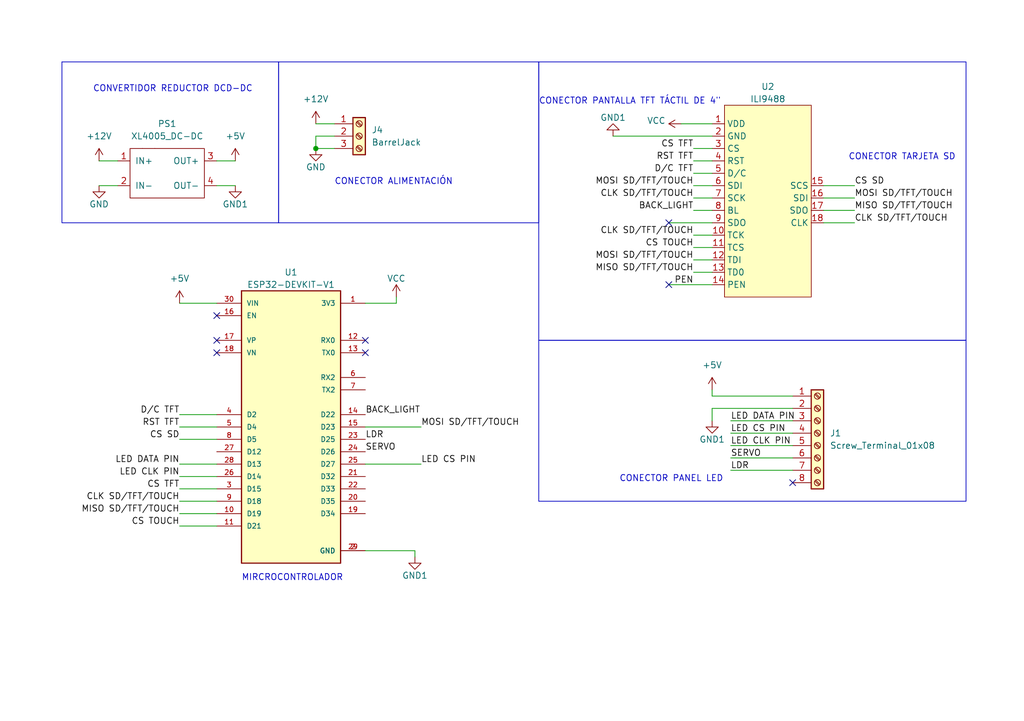
<source format=kicad_sch>
(kicad_sch (version 20230121) (generator eeschema)
  (paper "A5")
  (title_block (title "PANEL DE EMERGENCIA EN CARRETERA V2") (date "04/02/2024") (company "Sergio Carrasco Hernández"))
  (lib_symbols
    (symbol "Connector:Screw_Terminal_01x03" (pin_names (offset 1.016) hide)
      (property "Reference" "J" (at 0 5.08 0))
      (property "Value" "Screw_Terminal_01x03" (at 0 -5.08 0))
      (symbol "Screw_Terminal_01x03_1_1"
        (rectangle (start -1.27 3.81) (end 1.27 -3.81) (stroke (width 0.254)) (fill (type background)))
        (circle (center 0 -2.54) (radius 0.635) (stroke (width 0.1524)))
        (polyline (pts (xy -0.5334 -2.2098) (xy 0.3302 -3.048)) (stroke (width 0.1524)))
        (polyline (pts (xy -0.5334 0.3302) (xy 0.3302 -0.508)) (stroke (width 0.1524)))
        (polyline (pts (xy -0.5334 2.8702) (xy 0.3302 2.032)) (stroke (width 0.1524)))
        (polyline (pts (xy -0.3556 -2.032) (xy 0.508 -2.8702)) (stroke (width 0.1524)))
        (polyline (pts (xy -0.3556 0.508) (xy 0.508 -0.3302)) (stroke (width 0.1524)))
        (polyline (pts (xy -0.3556 3.048) (xy 0.508 2.2098)) (stroke (width 0.1524)))
        (circle (center 0 0) (radius 0.635) (stroke (width 0.1524)))
        (circle (center 0 2.54) (radius 0.635) (stroke (width 0.1524)))
        (pin passive line (at -5.08 2.54 0) (length 3.81) (name "Pin_1") (number "1"))
        (pin passive line (at -5.08 0 0) (length 3.81) (name "Pin_2") (number "2"))
        (pin passive line (at -5.08 -2.54 0) (length 3.81) (name "Pin_3") (number "3"))
      )
    )
    (symbol "Connector:Screw_Terminal_01x08" (pin_names (offset 1.016) hide)
      (property "Reference" "J" (at 0 10.16 0))
      (property "Value" "Screw_Terminal_01x08" (at 0 -12.7 0))
      (symbol "Screw_Terminal_01x08_1_1"
        (rectangle (start -1.27 8.89) (end 1.27 -11.43) (stroke (width 0.254)) (fill (type background)))
        (circle (center 0 -10.16) (radius 0.635) (stroke (width 0.1524)))
        (circle (center 0 -7.62) (radius 0.635) (stroke (width 0.1524)))
        (circle (center 0 -5.08) (radius 0.635) (stroke (width 0.1524)))
        (circle (center 0 -2.54) (radius 0.635) (stroke (width 0.1524)))
        (polyline (pts (xy -0.5334 -9.8298) (xy 0.3302 -10.668)) (stroke (width 0.1524)))
        (polyline (pts (xy -0.5334 -7.2898) (xy 0.3302 -8.128)) (stroke (width 0.1524)))
        (polyline (pts (xy -0.5334 -4.7498) (xy 0.3302 -5.588)) (stroke (width 0.1524)))
        (polyline (pts (xy -0.5334 -2.2098) (xy 0.3302 -3.048)) (stroke (width 0.1524)))
        (polyline (pts (xy -0.5334 0.3302) (xy 0.3302 -0.508)) (stroke (width 0.1524)))
        (polyline (pts (xy -0.5334 2.8702) (xy 0.3302 2.032)) (stroke (width 0.1524)))
        (polyline (pts (xy -0.5334 5.4102) (xy 0.3302 4.572)) (stroke (width 0.1524)))
        (polyline (pts (xy -0.5334 7.9502) (xy 0.3302 7.112)) (stroke (width 0.1524)))
        (polyline (pts (xy -0.3556 -9.652) (xy 0.508 -10.4902)) (stroke (width 0.1524)))
        (polyline (pts (xy -0.3556 -7.112) (xy 0.508 -7.9502)) (stroke (width 0.1524)))
        (polyline (pts (xy -0.3556 -4.572) (xy 0.508 -5.4102)) (stroke (width 0.1524)))
        (polyline (pts (xy -0.3556 -2.032) (xy 0.508 -2.8702)) (stroke (width 0.1524)))
        (polyline (pts (xy -0.3556 0.508) (xy 0.508 -0.3302)) (stroke (width 0.1524)))
        (polyline (pts (xy -0.3556 3.048) (xy 0.508 2.2098)) (stroke (width 0.1524)))
        (polyline (pts (xy -0.3556 5.588) (xy 0.508 4.7498)) (stroke (width 0.1524)))
        (polyline (pts (xy -0.3556 8.128) (xy 0.508 7.2898)) (stroke (width 0.1524)))
        (circle (center 0 0) (radius 0.635) (stroke (width 0.1524)))
        (circle (center 0 2.54) (radius 0.635) (stroke (width 0.1524)))
        (circle (center 0 5.08) (radius 0.635) (stroke (width 0.1524)))
        (circle (center 0 7.62) (radius 0.635) (stroke (width 0.1524)))
        (pin passive line (at -5.08 7.62 0) (length 3.81) (name "Pin_1") (number "1"))
        (pin passive line (at -5.08 5.08 0) (length 3.81) (name "Pin_2") (number "2"))
        (pin passive line (at -5.08 2.54 0) (length 3.81) (name "Pin_3") (number "3"))
        (pin passive line (at -5.08 0 0) (length 3.81) (name "Pin_4") (number "4"))
        (pin passive line (at -5.08 -2.54 0) (length 3.81) (name "Pin_5") (number "5"))
        (pin passive line (at -5.08 -5.08 0) (length 3.81) (name "Pin_6") (number "6"))
        (pin passive line (at -5.08 -7.62 0) (length 3.81) (name "Pin_7") (number "7"))
        (pin passive line (at -5.08 -10.16 0) (length 3.81) (name "Pin_8") (number "8"))
      )
    )
    (symbol "ESP32-DEVKIT-V1:ESP32-DEVKIT-V1" (pin_names (offset 1.016))
      (property "Reference" "U" (at -10.16 30.48 0))
      (property "Value" "ESP32-DEVKIT-V1" (at -10.16 -30.48 0))
      (symbol "ESP32-DEVKIT-V1_0_0"
        (rectangle (start -10.16 -27.94) (end 10.16 27.94) (stroke (width 0.254)) (fill (type background)))
        (pin output line (at 15.24 25.4 180) (length 5.08) (name "3V3") (number "1"))
        (pin bidirectional line (at -15.24 -17.78 0) (length 5.08) (name "D19") (number "10"))
        (pin bidirectional line (at -15.24 -20.32 0) (length 5.08) (name "D21") (number "11"))
        (pin input line (at 15.24 17.78 180) (length 5.08) (name "RX0") (number "12"))
        (pin output line (at 15.24 15.24 180) (length 5.08) (name "TX0") (number "13"))
        (pin bidirectional line (at 15.24 2.54 180) (length 5.08) (name "D22") (number "14"))
        (pin bidirectional line (at 15.24 0 180) (length 5.08) (name "D23") (number "15"))
        (pin input line (at -15.24 22.86 0) (length 5.08) (name "EN") (number "16"))
        (pin bidirectional line (at -15.24 17.78 0) (length 5.08) (name "VP") (number "17"))
        (pin bidirectional line (at -15.24 15.24 0) (length 5.08) (name "VN") (number "18"))
        (pin bidirectional line (at 15.24 -17.78 180) (length 5.08) (name "D34") (number "19"))
        (pin power_in line (at 15.24 -25.4 180) (length 5.08) (name "GND") (number "2"))
        (pin bidirectional line (at 15.24 -15.24 180) (length 5.08) (name "D35") (number "20"))
        (pin bidirectional line (at 15.24 -10.16 180) (length 5.08) (name "D32") (number "21"))
        (pin bidirectional line (at 15.24 -12.7 180) (length 5.08) (name "D33") (number "22"))
        (pin bidirectional line (at 15.24 -2.54 180) (length 5.08) (name "D25") (number "23"))
        (pin bidirectional line (at 15.24 -5.08 180) (length 5.08) (name "D26") (number "24"))
        (pin bidirectional line (at 15.24 -7.62 180) (length 5.08) (name "D27") (number "25"))
        (pin bidirectional line (at -15.24 -10.16 0) (length 5.08) (name "D14") (number "26"))
        (pin bidirectional line (at -15.24 -5.08 0) (length 5.08) (name "D12") (number "27"))
        (pin bidirectional line (at -15.24 -7.62 0) (length 5.08) (name "D13") (number "28"))
        (pin power_in line (at 15.24 -25.4 180) (length 5.08) (name "GND") (number "29"))
        (pin bidirectional line (at -15.24 -12.7 0) (length 5.08) (name "D15") (number "3"))
        (pin input line (at -15.24 25.4 0) (length 5.08) (name "VIN") (number "30"))
        (pin bidirectional line (at -15.24 2.54 0) (length 5.08) (name "D2") (number "4"))
        (pin bidirectional line (at -15.24 0 0) (length 5.08) (name "D4") (number "5"))
        (pin input line (at 15.24 10.16 180) (length 5.08) (name "RX2") (number "6"))
        (pin output line (at 15.24 7.62 180) (length 5.08) (name "TX2") (number "7"))
        (pin bidirectional line (at -15.24 -2.54 0) (length 5.08) (name "D5") (number "8"))
        (pin bidirectional line (at -15.24 -15.24 0) (length 5.08) (name "D18") (number "9"))
      )
    )
    (symbol "ILI9488:ILI9488"
      (property "Reference" "U2" (at 0 24.13 0))
      (property "Value" "ILI9488" (at 0 21.59 0))
      (symbol "ILI9488_1_1"
        (rectangle (start -8.89 20.32) (end 8.89 -19.05) (fill (type background)))
        (pin input line (at -11.43 16.51 0) (length 2.54) (name "VDD") (number "1"))
        (pin input line (at -11.43 -6.35 0) (length 2.54) (name "TCK") (number "10"))
        (pin input line (at -11.43 -8.89 0) (length 2.54) (name "TCS") (number "11"))
        (pin input line (at -11.43 -11.43 0) (length 2.54) (name "TDI") (number "12"))
        (pin input line (at -11.43 -13.97 0) (length 2.54) (name "TD0") (number "13"))
        (pin input line (at -11.43 -16.51 0) (length 2.54) (name "PEN") (number "14"))
        (pin input line (at 11.43 3.81 180) (length 2.54) (name "SCS") (number "15"))
        (pin input line (at 11.43 1.27 180) (length 2.54) (name "SDI") (number "16"))
        (pin input line (at 11.43 -1.27 180) (length 2.54) (name "SDO") (number "17"))
        (pin input line (at 11.43 -3.81 180) (length 2.54) (name "CLK") (number "18"))
        (pin input line (at -11.43 13.97 0) (length 2.54) (name "GND") (number "2"))
        (pin input line (at -11.43 11.43 0) (length 2.54) (name "CS") (number "3"))
        (pin input line (at -11.43 8.89 0) (length 2.54) (name "RST") (number "4"))
        (pin input line (at -11.43 6.35 0) (length 2.54) (name "D/C") (number "5"))
        (pin input line (at -11.43 3.81 0) (length 2.54) (name "SDI") (number "6"))
        (pin input line (at -11.43 1.27 0) (length 2.54) (name "SCK") (number "7"))
        (pin input line (at -11.43 -1.27 0) (length 2.54) (name "BL") (number "8"))
        (pin input line (at -11.43 -3.81 0) (length 2.54) (name "SDO") (number "9"))
      )
    )
    (symbol "Mechanical:MountingHole" (pin_names (offset 1.016))
      (property "Reference" "H" (at 0 5.08 0))
      (property "Value" "MountingHole" (at 0 3.175 0))
      (symbol "MountingHole_0_1"
        (circle (center 0 0) (radius 1.27) (stroke (width 1.27)))
      )
    )
    (symbol "XL4005_DC-DC:XL4005_DC-DC" (pin_names (offset 1.016))
      (property "Reference" "PS" (at 0 0 0))
      (property "Value" "XL4005_DC-DC" (at 0 -7.62 0))
      (symbol "XL4005_DC-DC_0_1"
        (rectangle (start -7.62 5.08) (end 7.62 -5.08))
        (rectangle (start -5.08 2.54) (end -5.08 2.54))
        (rectangle (start -5.08 5.08) (end -5.08 5.08))
        (rectangle (start -2.54 5.08) (end -2.54 5.08))
      )
      (symbol "XL4005_DC-DC_1_1"
        (pin input line (at -10.16 2.54 0) (length 2.54) (name "IN+") (number "1"))
        (pin input line (at -10.16 -2.54 0) (length 2.54) (name "IN-") (number "2"))
        (pin output line (at 10.16 2.54 180) (length 2.54) (name "OUT+") (number "3"))
        (pin output line (at 10.16 -2.54 180) (length 2.54) (name "OUT-") (number "4"))
      )
    )
    (symbol "power:+12V" (power) (pin_names (offset 0))
      (property "Value" "+12V" (at 0 3.556 0))
      (symbol "+12V_0_1"
        (polyline (pts (xy -0.762 1.27) (xy 0 2.54)))
        (polyline (pts (xy 0 0) (xy 0 2.54)))
        (polyline (pts (xy 0 2.54) (xy 0.762 1.27)))
      )
      (symbol "+12V_1_1"
        (pin power_in line (at 0 0 90) (length 0) hide (name "+12V") (number "1"))
      )
    )
    (symbol "power:+5V" (power) (pin_names (offset 0))
      (property "Value" "+5V" (at 0 3.556 0))
      (symbol "+5V_0_1"
        (polyline (pts (xy -0.762 1.27) (xy 0 2.54)))
        (polyline (pts (xy 0 0) (xy 0 2.54)))
        (polyline (pts (xy 0 2.54) (xy 0.762 1.27)))
      )
      (symbol "+5V_1_1"
        (pin power_in line (at 0 0 90) (length 0) hide (name "+5V") (number "1"))
      )
    )
    (symbol "power:GND" (power) (pin_names (offset 0))
      (property "Value" "GND" (at 0 -3.81 0))
      (symbol "GND_0_1"
        (polyline (pts (xy 0 0) (xy 0 -1.27) (xy 1.27 -1.27) (xy 0 -2.54) (xy -1.27 -1.27) (xy 0 -1.27)))
      )
      (symbol "GND_1_1"
        (pin power_in line (at 0 0 270) (length 0) hide (name "GND") (number "1"))
      )
    )
    (symbol "power:GND1" (power) (pin_names (offset 0))
      (property "Value" "GND1" (at 0 -3.81 0))
      (symbol "GND1_0_1"
        (polyline (pts (xy 0 0) (xy 0 -1.27) (xy 1.27 -1.27) (xy 0 -2.54) (xy -1.27 -1.27) (xy 0 -1.27)))
      )
      (symbol "GND1_1_1"
        (pin power_in line (at 0 0 270) (length 0) hide (name "GND1") (number "1"))
      )
    )
    (symbol "power:PWR_FLAG" (power) (pin_numbers hide) (pin_names (offset 0) hide)
      (property "Value" "PWR_FLAG" (at 0 3.81 0))
      (symbol "PWR_FLAG_0_0"
        (pin power_out line (at 0 0 90) (length 0) (name "pwr") (number "1"))
      )
      (symbol "PWR_FLAG_0_1"
        (polyline (pts (xy 0 0) (xy 0 1.27) (xy -1.016 1.905) (xy 0 2.54) (xy 1.016 1.905) (xy 0 1.27)))
      )
    )
    (symbol "power:VCC" (power) (pin_names (offset 0))
      (property "Value" "VCC" (at 0 3.81 0))
      (symbol "VCC_0_1"
        (polyline (pts (xy -0.762 1.27) (xy 0 2.54)))
        (polyline (pts (xy 0 0) (xy 0 2.54)))
        (polyline (pts (xy 0 2.54) (xy 0.762 1.27)))
      )
      (symbol "VCC_1_1"
        (pin power_in line (at 0 0 90) (length 0) hide (name "VCC") (number "1"))
      )
    )
  )
  (junction (at 64.77 30.48))
  (no_connect (at 137.16 45.72))
  (no_connect (at 44.45 64.77))
  (no_connect (at 137.16 58.42))
  (no_connect (at 74.93 72.39))
  (no_connect (at 74.93 69.85))
  (no_connect (at 44.45 72.39))
  (no_connect (at 44.45 69.85))
  (no_connect (at 162.56 99.06))
  (wire (pts (xy 146.05 38.1) (xy 142.24 38.1)))
  (wire (pts (xy 168.91 40.64) (xy 175.26 40.64)))
  (wire (pts (xy 68.58 27.94) (xy 64.77 27.94)))
  (wire (pts (xy 146.05 83.82) (xy 162.56 83.82)))
  (wire (pts (xy 168.91 45.72) (xy 175.26 45.72)))
  (wire (pts (xy 168.91 38.1) (xy 175.26 38.1)))
  (wire (pts (xy 36.83 105.41) (xy 44.45 105.41)))
  (wire (pts (xy 146.05 43.18) (xy 142.24 43.18)))
  (wire (pts (xy 36.83 85.09) (xy 44.45 85.09)))
  (wire (pts (xy 36.83 102.87) (xy 44.45 102.87)))
  (wire (pts (xy 36.83 90.17) (xy 44.45 90.17)))
  (wire (pts (xy 146.05 33.02) (xy 142.24 33.02)))
  (wire (pts (xy 254 22.225) (xy 254 28.575)))
  (wire (pts (xy 81.28 62.23) (xy 74.93 62.23)))
  (wire (pts (xy 146.05 58.42) (xy 137.16 58.42)))
  (wire (pts (xy 85.09 114.3) (xy 85.09 113.03)))
  (wire (pts (xy 146.05 40.64) (xy 142.24 40.64)))
  (wire (pts (xy 36.83 87.63) (xy 44.45 87.63)))
  (wire (pts (xy 149.86 93.98) (xy 162.56 93.98)))
  (wire (pts (xy 36.83 95.25) (xy 44.45 95.25)))
  (wire (pts (xy 146.05 80.01) (xy 146.05 81.28)))
  (wire (pts (xy 44.45 33.02) (xy 48.26 33.02)))
  (wire (pts (xy 275.59 22.225) (xy 275.59 28.575)))
  (wire (pts (xy 86.36 87.63) (xy 74.93 87.63)))
  (wire (pts (xy 64.77 30.48) (xy 68.58 30.48)))
  (wire (pts (xy 146.05 53.34) (xy 142.24 53.34)))
  (wire (pts (xy 146.05 25.4) (xy 139.7 25.4)))
  (wire (pts (xy 146.05 30.48) (xy 142.24 30.48)))
  (wire (pts (xy 81.28 60.96) (xy 81.28 62.23)))
  (wire (pts (xy 85.09 113.03) (xy 74.93 113.03)))
  (wire (pts (xy 146.05 27.94) (xy 125.73 27.94)))
  (wire (pts (xy 146.05 86.36) (xy 146.05 83.82)))
  (wire (pts (xy 36.83 62.23) (xy 44.45 62.23)))
  (wire (pts (xy 20.32 38.1) (xy 24.13 38.1)))
  (wire (pts (xy 146.05 81.28) (xy 162.56 81.28)))
  (wire (pts (xy 168.91 43.18) (xy 175.26 43.18)))
  (wire (pts (xy 264.16 22.225) (xy 264.16 28.575)))
  (wire (pts (xy 20.32 33.02) (xy 24.13 33.02)))
  (wire (pts (xy 146.05 48.26) (xy 142.24 48.26)))
  (wire (pts (xy 48.26 38.1) (xy 44.45 38.1)))
  (wire (pts (xy 149.86 91.44) (xy 162.56 91.44)))
  (wire (pts (xy 86.36 95.25) (xy 74.93 95.25)))
  (wire (pts (xy 36.83 100.33) (xy 44.45 100.33)))
  (wire (pts (xy 149.86 88.9) (xy 162.56 88.9)))
  (wire (pts (xy 149.86 86.36) (xy 162.56 86.36)))
  (wire (pts (xy 146.05 45.72) (xy 137.16 45.72)))
  (wire (pts (xy 64.77 25.4) (xy 68.58 25.4)))
  (wire (pts (xy 36.83 97.79) (xy 44.45 97.79)))
  (wire (pts (xy 146.05 50.8) (xy 142.24 50.8)))
  (wire (pts (xy 146.05 35.56) (xy 142.24 35.56)))
  (wire (pts (xy 149.86 96.52) (xy 162.56 96.52)))
  (wire (pts (xy 64.77 27.94) (xy 64.77 30.48)))
  (wire (pts (xy 36.83 107.95) (xy 44.45 107.95)))
  (wire (pts (xy 142.24 55.88) (xy 146.05 55.88)))
  (rectangle (start 110.49 12.7) (end 198.12 69.85))
  (rectangle (start 12.7 12.7) (end 57.15 45.72))
  (rectangle (start 243.205 12.065) (end 285.115 45.72))
  (rectangle (start 57.15 12.7) (end 110.49 45.72))
  (rectangle (start 110.49 69.85) (end 198.12 102.87))
  (text "CONECTOR ALIMENTACIÓN" (at 68.58 38.1 0) (effects (font (size 1.27 1.27)) (justify left bottom)))
  (text "CONECTOR TARJETA SD" (at 173.99 33.02 0) (effects (font (size 1.27 1.27)) (justify left bottom)))
  (text "MIRCROCONTROLADOR" (at 49.53 119.38 0) (effects (font (size 1.27 1.27)) (justify left bottom)))
  (text "CONECTOR PANTALLA TFT TÁCTIL DE 4\"" (at 110.49 21.59 0) (effects (font (size 1.27 1.27)) (justify left bottom)))
  (text "ALIMENTACIONES" (at 257.175 43.18 0) (effects (font (size 1.27 1.27)) (justify left bottom)))
  (text "CONVERTIDOR REDUCTOR DCD-DC" (at 19.05 19.05 0) (effects (font (size 1.27 1.27)) (justify left bottom)))
  (text "CONECTOR PANEL LED" (at 127 99.06 0) (effects (font (size 1.27 1.27)) (justify left bottom)))
  (label "CS SD" (at 36.83 90.17 180))
  (label "LED DATA PIN" (at 36.83 95.25 180))
  (label "PEN" (at 142.24 58.42 180))
  (label "CLK SD{slash}TFT{slash}TOUCH" (at 142.24 48.26 180))
  (label "MISO SD{slash}TFT{slash}TOUCH" (at 36.83 105.41 180))
  (label "CS TOUCH" (at 142.24 50.8 180))
  (label "CS TFT" (at 36.83 100.33 180))
  (label "MISO SD{slash}TFT{slash}TOUCH" (at 142.24 55.88 180))
  (label "SERVO" (at 74.93 92.71 0))
  (label "D{slash}C TFT" (at 142.24 35.56 180))
  (label "MOSI SD{slash}TFT{slash}TOUCH" (at 175.26 40.64 0))
  (label "LDR" (at 74.93 90.17 0))
  (label "LED CS PIN" (at 149.86 88.9 0))
  (label "CS SD" (at 175.26 38.1 0))
  (label "CLK SD{slash}TFT{slash}TOUCH" (at 175.26 45.72 0))
  (label "D{slash}C TFT" (at 36.83 85.09 180))
  (label "LED DATA PIN" (at 149.86 86.36 0))
  (label "LED CLK PIN" (at 36.83 97.79 180))
  (label "RST TFT" (at 36.83 87.63 180))
  (label "MOSI SD{slash}TFT{slash}TOUCH" (at 142.24 53.34 180))
  (label "MOSI SD{slash}TFT{slash}TOUCH" (at 142.24 38.1 180))
  (label "BACK_LIGHT" (at 74.93 85.09 0))
  (label "CS TFT" (at 142.24 30.48 180))
  (label "LED CS PIN" (at 86.36 95.25 0))
  (label "LED CLK PIN" (at 149.86 91.44 0))
  (label "CS TOUCH" (at 36.83 107.95 180))
  (label "SERVO" (at 149.86 93.98 0))
  (label "CLK SD{slash}TFT{slash}TOUCH" (at 36.83 102.87 180))
  (label "CLK SD{slash}TFT{slash}TOUCH" (at 142.24 40.64 180))
  (label "BACK_LIGHT" (at 142.24 43.18 180))
  (label "RST TFT" (at 142.24 33.02 180))
  (label "MISO SD{slash}TFT{slash}TOUCH" (at 175.26 43.18 0))
  (label "LDR" (at 149.86 96.52 0))
  (label "MOSI SD{slash}TFT{slash}TOUCH" (at 86.36 87.63 0))
  (symbol (lib_id "power:+12V") (at 20.32 33.02 0) (unit 1)
    (property "Reference" "#PWR014" (effects hide))
    (property "Value" "+12V" (at 20.32 27.94 0))
  )
  (symbol (lib_id "power:VCC") (at 81.28 60.96 0) (unit 1)
    (property "Reference" "#PWR01" (effects hide))
    (property "Value" "3.3V" (at 81.28 57.15 0))
  )
  (symbol (lib_id "power:VCC") (at 264.16 22.225 0) (unit 1)
    (property "Reference" "#PWR02" (effects hide))
    (property "Value" "3.3V" (at 264.16 18.415 0))
  )
  (symbol (lib_id "Mechanical:MountingHole") (at 248.92 55.88 0) (unit 1)
    (property "Reference" "H2" (at 251.46 54.61 0) (effects (justify left)))
    (property "Value" "MountingHole" (at 251.46 57.15 0) (effects (justify left)))
    (property "Footprint" "MountingHole:MountingHole_3.2mm_M3" (effects hide))
  )
  (symbol (lib_id "power:+5V") (at 48.26 33.02 0) (unit 1)
    (property "Reference" "#PWR013" (effects hide))
    (property "Value" "+5V" (at 48.26 27.94 0))
  )
  (symbol (lib_id "ILI9488:ILI9488") (at 157.48 41.91 0) (unit 1)
    (property "Reference" "U2" (at 157.48 17.78 0))
    (property "Value" "ILI9488" (at 157.48 20.32 0))
    (property "Footprint" "ILI9488:ILI9488" (effects hide))
  )
  (symbol (lib_id "power:PWR_FLAG") (at 254 28.575 180) (unit 1)
    (property "Reference" "#FLG02" (effects hide))
    (property "Value" "PWR_FLAG" (at 254 33.655 0))
  )
  (symbol (lib_id "ESP32-DEVKIT-V1:ESP32-DEVKIT-V1") (at 59.69 87.63 0) (unit 1)
    (property "Reference" "U1" (at 59.69 55.88 0))
    (property "Value" "ESP32-DEVKIT-V1" (at 59.69 58.42 0))
    (property "Footprint" "ESP32-DEVKIT-V1:MODULE_ESP32_DEVKIT_V1_SinAgujeros" (effects hide))
    (property "MF" "Do it" (effects hide))
    (property "MAXIMUM_PACKAGE_HEIGHT" "6.8 mm" (effects hide))
    (property "Package" "None" (effects hide))
    (property "Price" "None" (effects hide))
    (property "Check_prices" "https://www.snapeda.com/parts/ESP32-DEVKIT-V1/Do+it/view-part/?ref=eda" (effects hide))
    (property "STANDARD" "Manufacturer Recommendations" (effects hide))
    (property "PARTREV" "N/A" (effects hide))
    (property "SnapEDA_Link" "https://www.snapeda.com/parts/ESP32-DEVKIT-V1/Do+it/view-part/?ref=snap" (effects hide))
    (property "MP" "ESP32-DEVKIT-V1" (effects hide))
    (property "Description" "\nDual core, Wi-Fi: 2.4 GHz up to 150 Mbits/s,BLE (Bluetooth Low Energy) and legacy Bluetooth, 32 bits, Up to 240 MHz\n" (effects hide))
    (property "Availability" "Not in stock" (effects hide))
    (property "MANUFACTURER" "DOIT" (effects hide))
  )
  (symbol (lib_id "Connector:Screw_Terminal_01x03") (at 73.66 27.94 0) (unit 1)
    (property "Reference" "J4" (at 76.2 26.67 0) (effects (justify left)))
    (property "Value" "BarrelJack" (at 76.2 29.21 0) (effects (justify left)))
    (property "Footprint" "BARRELJACK:BarrelJack_Horizontal" (effects hide))
  )
  (symbol (lib_id "power:VCC") (at 139.7 25.4 90) (unit 1)
    (property "Reference" "#PWR017" (effects hide))
    (property "Value" "3.3V" (at 136.525 24.765 90) (effects (justify left)))
  )
  (symbol (lib_id "power:+5V") (at 146.05 80.01 0) (unit 1)
    (property "Reference" "#PWR09" (effects hide))
    (property "Value" "+5V" (at 146.05 74.93 0))
  )
  (symbol (lib_id "power:+12V") (at 64.77 25.4 0) (unit 1)
    (property "Reference" "#PWR016" (effects hide))
    (property "Value" "+12V" (at 64.77 20.32 0))
  )
  (symbol (lib_id "Mechanical:MountingHole") (at 248.92 62.23 0) (unit 1)
    (property "Reference" "H1" (at 251.46 60.96 0) (effects (justify left)))
    (property "Value" "MountingHole" (at 251.46 63.5 0) (effects (justify left)))
    (property "Footprint" "MountingHole:MountingHole_3.2mm_M3" (effects hide))
  )
  (symbol (lib_id "Connector:Screw_Terminal_01x08") (at 167.64 88.9 0) (unit 1)
    (property "Reference" "J1" (at 170.18 88.9 0) (effects (justify left)))
    (property "Value" "Screw_Terminal_01x08" (at 170.18 91.44 0) (effects (justify left)))
    (property "Footprint" "Connector_JST:JST_XH_B8B-XH-AM_1x08_P2.50mm_Vertical" (effects hide))
  )
  (symbol (lib_id "XL4005_DC-DC:XL4005_DC-DC") (at 34.29 35.56 0) (unit 1)
    (property "Reference" "PS1" (at 34.29 25.4 0))
    (property "Value" "XL4005_DC-DC" (at 34.29 27.94 0))
    (property "Footprint" "XL4005:XL4005_DC-DC_SinAgujeros" (effects hide))
  )
  (symbol (lib_id "power:GND1") (at 48.26 38.1 0) (unit 1)
    (property "Reference" "#PWR015" (effects hide))
    (property "Value" "GND1" (at 48.26 41.91 0))
  )
  (symbol (lib_id "power:GND1") (at 125.73 27.94 180) (unit 1)
    (property "Reference" "#PWR018" (effects hide))
    (property "Value" "GND1" (at 125.73 24.13 0))
  )
  (symbol (lib_id "power:GND") (at 254 22.225 180) (unit 1)
    (property "Reference" "#PWR03" (effects hide))
    (property "Value" "GND" (at 254 18.415 0))
  )
  (symbol (lib_id "power:GND1") (at 146.05 86.36 0) (unit 1)
    (property "Reference" "#PWR010" (effects hide))
    (property "Value" "GND1" (at 146.05 90.17 0))
  )
  (symbol (lib_id "Mechanical:MountingHole") (at 269.24 62.23 0) (unit 1)
    (property "Reference" "H4" (at 271.78 60.96 0) (effects (justify left)))
    (property "Value" "MountingHole" (at 271.78 63.5 0) (effects (justify left)))
    (property "Footprint" "MountingHole:MountingHole_3.2mm_M3" (effects hide))
  )
  (symbol (lib_id "power:GND1") (at 85.09 114.3 0) (unit 1)
    (property "Reference" "#PWR07" (effects hide))
    (property "Value" "GND1" (at 85.09 118.11 0))
  )
  (symbol (lib_id "power:GND") (at 20.32 38.1 0) (unit 1)
    (property "Reference" "#PWR012" (effects hide))
    (property "Value" "GND" (at 20.32 41.91 0))
  )
  (symbol (lib_id "power:PWR_FLAG") (at 275.59 28.575 180) (unit 1)
    (property "Reference" "#FLG03" (effects hide))
    (property "Value" "PWR_FLAG" (at 275.59 33.655 0))
  )
  (symbol (lib_id "power:GND") (at 64.77 30.48 0) (unit 1)
    (property "Reference" "#PWR011" (effects hide))
    (property "Value" "GND" (at 64.77 34.29 0))
  )
  (symbol (lib_id "power:+5V") (at 36.83 62.23 0) (unit 1)
    (property "Reference" "#PWR08" (effects hide))
    (property "Value" "+5V" (at 36.83 57.15 0))
  )
  (symbol (lib_id "power:PWR_FLAG") (at 264.16 28.575 180) (unit 1)
    (property "Reference" "#FLG01" (effects hide))
    (property "Value" "PWR_FLAG" (at 264.16 33.655 0))
  )
  (symbol (lib_id "Mechanical:MountingHole") (at 269.24 55.88 0) (unit 1)
    (property "Reference" "H3" (at 271.78 54.61 0) (effects (justify left)))
    (property "Value" "MountingHole" (at 271.78 57.15 0) (effects (justify left)))
    (property "Footprint" "MountingHole:MountingHole_3.2mm_M3" (effects hide))
  )
  (symbol (lib_id "power:VCC") (at 275.59 22.225 0) (unit 1)
    (property "Reference" "#PWR04" (effects hide))
    (property "Value" "5V" (at 275.59 18.415 0))
  )
)
</source>
